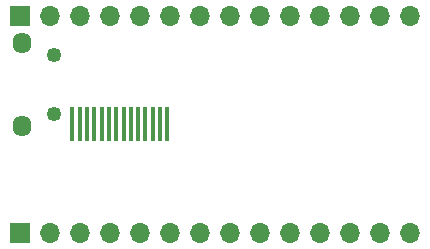
<source format=gbr>
G04 #@! TF.FileFunction,Soldermask,Bot*
%FSLAX46Y46*%
G04 Gerber Fmt 4.6, Leading zero omitted, Abs format (unit mm)*
G04 Created by KiCad (PCBNEW 4.0.7-e2-6376~61~ubuntu18.04.1) date Sun Sep 30 15:28:24 2018*
%MOMM*%
%LPD*%
G01*
G04 APERTURE LIST*
%ADD10C,0.100000*%
%ADD11O,1.250000X1.250000*%
%ADD12O,1.550000X1.800000*%
%ADD13R,0.320000X3.000000*%
%ADD14R,1.700000X1.700000*%
%ADD15O,1.700000X1.700000*%
G04 APERTURE END LIST*
D10*
D11*
X54162540Y-54599100D03*
X54162540Y-59599100D03*
D12*
X51462540Y-53599100D03*
X51462540Y-60599100D03*
D13*
X55700000Y-60500000D03*
X56320000Y-60500000D03*
X56940000Y-60500000D03*
X57560000Y-60500000D03*
X58180000Y-60500000D03*
X58800000Y-60500000D03*
X59420000Y-60500000D03*
X60040000Y-60500000D03*
X60660000Y-60500000D03*
X61280000Y-60500000D03*
X61900000Y-60500000D03*
X62520000Y-60500000D03*
X63140000Y-60500000D03*
X63760000Y-60500000D03*
D14*
X51300000Y-51300000D03*
D15*
X53840000Y-51300000D03*
X56380000Y-51300000D03*
X58920000Y-51300000D03*
X61460000Y-51300000D03*
X64000000Y-51300000D03*
X66540000Y-51300000D03*
X69080000Y-51300000D03*
X71620000Y-51300000D03*
X74160000Y-51300000D03*
X76700000Y-51300000D03*
X79240000Y-51300000D03*
X81780000Y-51300000D03*
X84320000Y-51300000D03*
D14*
X51300000Y-69700000D03*
D15*
X53840000Y-69700000D03*
X56380000Y-69700000D03*
X58920000Y-69700000D03*
X61460000Y-69700000D03*
X64000000Y-69700000D03*
X66540000Y-69700000D03*
X69080000Y-69700000D03*
X71620000Y-69700000D03*
X74160000Y-69700000D03*
X76700000Y-69700000D03*
X79240000Y-69700000D03*
X81780000Y-69700000D03*
X84320000Y-69700000D03*
M02*

</source>
